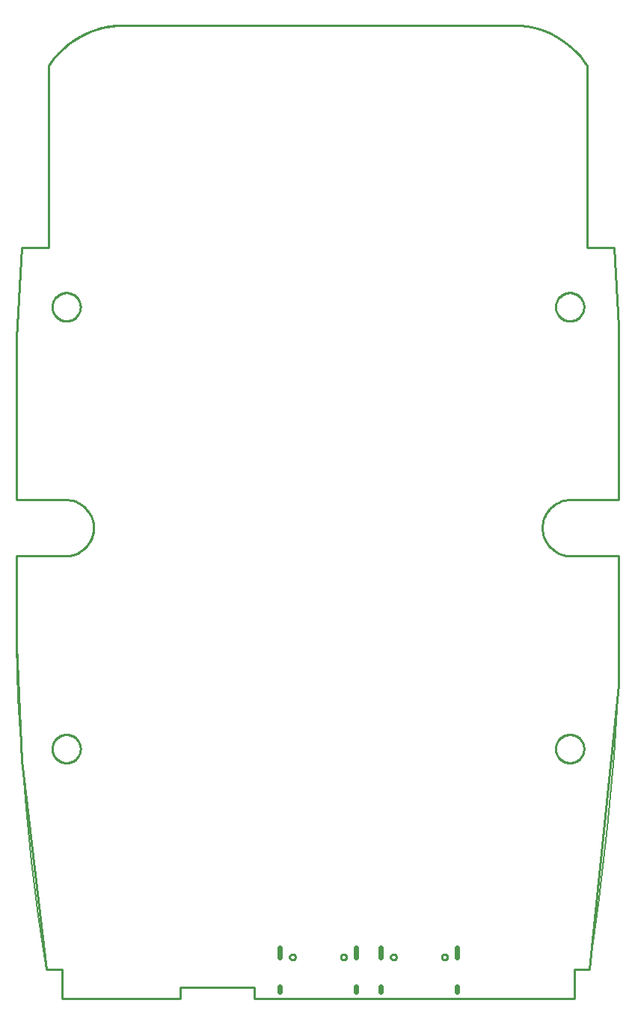
<source format=gko>
G04 EAGLE Gerber RS-274X export*
G75*
%MOMM*%
%FSLAX34Y34*%
%LPD*%
%IN*%
%IPPOS*%
%AMOC8*
5,1,8,0,0,1.08239X$1,22.5*%
G01*
%ADD10C,0.203200*%
%ADD11C,0.000000*%
%ADD12C,0.600000*%
%ADD13C,0.254000*%


D10*
X121908Y1098650D02*
X578092Y1098650D01*
X64250Y561750D02*
X65023Y561741D01*
X65796Y561712D01*
X66568Y561665D01*
X67338Y561599D01*
X68107Y561515D01*
X68873Y561412D01*
X69636Y561290D01*
X70397Y561149D01*
X71153Y560990D01*
X71906Y560813D01*
X72654Y560618D01*
X73397Y560404D01*
X74135Y560172D01*
X74867Y559922D01*
X75592Y559655D01*
X76311Y559370D01*
X77022Y559068D01*
X77727Y558748D01*
X78423Y558411D01*
X79110Y558058D01*
X79789Y557688D01*
X80459Y557301D01*
X81119Y556898D01*
X81769Y556479D01*
X82408Y556045D01*
X83037Y555595D01*
X83655Y555130D01*
X84261Y554650D01*
X84855Y554155D01*
X85437Y553647D01*
X86007Y553124D01*
X86564Y552587D01*
X87107Y552037D01*
X87637Y551474D01*
X88153Y550898D01*
X88655Y550310D01*
X89142Y549709D01*
X89614Y549097D01*
X90072Y548474D01*
X90514Y547840D01*
X90941Y547195D01*
X91352Y546540D01*
X91746Y545875D01*
X92125Y545201D01*
X92487Y544517D01*
X92832Y543826D01*
X93160Y543125D01*
X93471Y542418D01*
X93765Y541702D01*
X94041Y540980D01*
X94299Y540251D01*
X94540Y539517D01*
X94763Y538776D01*
X94968Y538031D01*
X95154Y537280D01*
X95322Y536526D01*
X95472Y535767D01*
X95603Y535005D01*
X95716Y534240D01*
X95810Y533473D01*
X95885Y532703D01*
X95941Y531932D01*
X95979Y531160D01*
X95998Y530387D01*
X95998Y529613D01*
X95979Y528840D01*
X95941Y528068D01*
X95885Y527297D01*
X95810Y526527D01*
X95716Y525760D01*
X95603Y524995D01*
X95472Y524233D01*
X95322Y523474D01*
X95154Y522720D01*
X94968Y521969D01*
X94763Y521224D01*
X94540Y520483D01*
X94299Y519749D01*
X94041Y519020D01*
X93765Y518298D01*
X93471Y517582D01*
X93160Y516875D01*
X92832Y516174D01*
X92487Y515483D01*
X92125Y514799D01*
X91746Y514125D01*
X91352Y513460D01*
X90941Y512805D01*
X90514Y512160D01*
X90072Y511526D01*
X89614Y510903D01*
X89142Y510291D01*
X88655Y509690D01*
X88153Y509102D01*
X87637Y508526D01*
X87107Y507963D01*
X86564Y507413D01*
X86007Y506876D01*
X85437Y506353D01*
X84855Y505845D01*
X84261Y505350D01*
X83655Y504870D01*
X83037Y504405D01*
X82408Y503955D01*
X81769Y503521D01*
X81119Y503102D01*
X80459Y502699D01*
X79789Y502312D01*
X79110Y501942D01*
X78423Y501589D01*
X77727Y501252D01*
X77022Y500932D01*
X76311Y500630D01*
X75592Y500345D01*
X74867Y500078D01*
X74135Y499828D01*
X73397Y499596D01*
X72654Y499382D01*
X71906Y499187D01*
X71153Y499010D01*
X70397Y498851D01*
X69636Y498710D01*
X68873Y498588D01*
X68107Y498485D01*
X67338Y498401D01*
X66568Y498335D01*
X65796Y498288D01*
X65023Y498259D01*
X64250Y498250D01*
X635750Y498250D02*
X634977Y498259D01*
X634204Y498288D01*
X633432Y498335D01*
X632662Y498401D01*
X631893Y498485D01*
X631127Y498588D01*
X630364Y498710D01*
X629603Y498851D01*
X628847Y499010D01*
X628094Y499187D01*
X627346Y499382D01*
X626603Y499596D01*
X625865Y499828D01*
X625133Y500078D01*
X624408Y500345D01*
X623689Y500630D01*
X622978Y500932D01*
X622273Y501252D01*
X621577Y501589D01*
X620890Y501942D01*
X620211Y502312D01*
X619541Y502699D01*
X618881Y503102D01*
X618231Y503521D01*
X617592Y503955D01*
X616963Y504405D01*
X616345Y504870D01*
X615739Y505350D01*
X615145Y505845D01*
X614563Y506353D01*
X613993Y506876D01*
X613436Y507413D01*
X612893Y507963D01*
X612363Y508526D01*
X611847Y509102D01*
X611345Y509690D01*
X610858Y510291D01*
X610386Y510903D01*
X609928Y511526D01*
X609486Y512160D01*
X609059Y512805D01*
X608648Y513460D01*
X608254Y514125D01*
X607875Y514799D01*
X607513Y515483D01*
X607168Y516174D01*
X606840Y516875D01*
X606529Y517582D01*
X606235Y518298D01*
X605959Y519020D01*
X605701Y519749D01*
X605460Y520483D01*
X605237Y521224D01*
X605032Y521969D01*
X604846Y522720D01*
X604678Y523474D01*
X604528Y524233D01*
X604397Y524995D01*
X604284Y525760D01*
X604190Y526527D01*
X604115Y527297D01*
X604059Y528068D01*
X604021Y528840D01*
X604002Y529613D01*
X604002Y530387D01*
X604021Y531160D01*
X604059Y531932D01*
X604115Y532703D01*
X604190Y533473D01*
X604284Y534240D01*
X604397Y535005D01*
X604528Y535767D01*
X604678Y536526D01*
X604846Y537280D01*
X605032Y538031D01*
X605237Y538776D01*
X605460Y539517D01*
X605701Y540251D01*
X605959Y540980D01*
X606235Y541702D01*
X606529Y542418D01*
X606840Y543125D01*
X607168Y543826D01*
X607513Y544517D01*
X607875Y545201D01*
X608254Y545875D01*
X608648Y546540D01*
X609059Y547195D01*
X609486Y547840D01*
X609928Y548474D01*
X610386Y549097D01*
X610858Y549709D01*
X611345Y550310D01*
X611847Y550898D01*
X612363Y551474D01*
X612893Y552037D01*
X613436Y552587D01*
X613993Y553124D01*
X614563Y553647D01*
X615145Y554155D01*
X615739Y554650D01*
X616345Y555130D01*
X616963Y555595D01*
X617592Y556045D01*
X618231Y556479D01*
X618881Y556898D01*
X619541Y557301D01*
X620211Y557688D01*
X620890Y558058D01*
X621577Y558411D01*
X622273Y558748D01*
X622978Y559068D01*
X623689Y559370D01*
X624408Y559655D01*
X625133Y559922D01*
X625865Y560172D01*
X626603Y560404D01*
X627346Y560618D01*
X628094Y560813D01*
X628847Y560990D01*
X629603Y561149D01*
X630364Y561290D01*
X631127Y561412D01*
X631893Y561515D01*
X632662Y561599D01*
X633432Y561665D01*
X634204Y561712D01*
X634977Y561741D01*
X635750Y561750D01*
X194000Y-2750D02*
X60000Y-2750D01*
X278000Y-2750D02*
X640000Y-2750D01*
X60000Y-2750D02*
X60000Y30000D01*
X42500Y30000D01*
X640000Y30000D02*
X640000Y-2750D01*
X640000Y30000D02*
X657000Y30000D01*
X42500Y30000D02*
X33357Y90947D01*
X25591Y152085D01*
X19207Y213382D01*
X14207Y274808D01*
X10594Y336331D01*
X8370Y397920D01*
X690361Y352200D02*
X684739Y271389D01*
X677303Y190725D01*
X668055Y110248D01*
X657001Y30000D01*
X8370Y397920D02*
X8370Y498250D01*
X64250Y498250D01*
X8370Y561750D02*
X8370Y744630D01*
X8370Y745900D01*
X8370Y561750D02*
X64250Y561750D01*
X690360Y498250D02*
X690360Y352200D01*
X690360Y498250D02*
X635750Y498250D01*
X690360Y561750D02*
X690360Y758600D01*
X690360Y561750D02*
X635750Y561750D01*
X654800Y847500D02*
X685280Y847500D01*
X654800Y847500D02*
X654800Y1053240D01*
X653447Y1055258D01*
X652045Y1057242D01*
X650595Y1059192D01*
X649100Y1061107D01*
X647558Y1062985D01*
X645972Y1064825D01*
X644342Y1066627D01*
X642669Y1068389D01*
X640954Y1070110D01*
X639199Y1071789D01*
X637403Y1073426D01*
X635568Y1075019D01*
X633696Y1076567D01*
X631787Y1078070D01*
X629842Y1079526D01*
X627863Y1080935D01*
X625851Y1082297D01*
X623806Y1083609D01*
X621730Y1084872D01*
X619625Y1086084D01*
X617491Y1087245D01*
X615330Y1088355D01*
X613142Y1089413D01*
X610930Y1090417D01*
X608694Y1091368D01*
X606436Y1092265D01*
X604157Y1093107D01*
X601859Y1093894D01*
X599542Y1094625D01*
X597208Y1095301D01*
X594859Y1095920D01*
X592495Y1096483D01*
X590119Y1096988D01*
X587731Y1097436D01*
X585333Y1097827D01*
X582926Y1098159D01*
X580512Y1098434D01*
X578092Y1098650D01*
X45200Y847500D02*
X14720Y847500D01*
X45200Y847500D02*
X45200Y1053240D01*
X46553Y1055258D01*
X47955Y1057242D01*
X49405Y1059192D01*
X50900Y1061107D01*
X52442Y1062985D01*
X54028Y1064825D01*
X55658Y1066627D01*
X57331Y1068389D01*
X59046Y1070110D01*
X60801Y1071789D01*
X62597Y1073426D01*
X64432Y1075019D01*
X66304Y1076567D01*
X68213Y1078070D01*
X70158Y1079526D01*
X72137Y1080935D01*
X74149Y1082297D01*
X76194Y1083609D01*
X78270Y1084872D01*
X80375Y1086084D01*
X82509Y1087245D01*
X84670Y1088355D01*
X86858Y1089413D01*
X89070Y1090417D01*
X91306Y1091368D01*
X93564Y1092265D01*
X95843Y1093107D01*
X98141Y1093894D01*
X100458Y1094625D01*
X102792Y1095301D01*
X105141Y1095920D01*
X107505Y1096483D01*
X109881Y1096988D01*
X112269Y1097436D01*
X114667Y1097827D01*
X117074Y1098159D01*
X119488Y1098434D01*
X121908Y1098650D01*
X14720Y847500D02*
X8370Y744630D01*
X690360Y758600D02*
X685280Y847500D01*
X278000Y10000D02*
X278000Y-2750D01*
X278000Y10000D02*
X194000Y10000D01*
X194000Y-2750D01*
D11*
X317850Y44220D02*
X317852Y44333D01*
X317858Y44447D01*
X317868Y44560D01*
X317882Y44672D01*
X317899Y44784D01*
X317921Y44896D01*
X317947Y45006D01*
X317976Y45116D01*
X318009Y45224D01*
X318046Y45332D01*
X318087Y45437D01*
X318131Y45542D01*
X318179Y45645D01*
X318230Y45746D01*
X318285Y45845D01*
X318344Y45942D01*
X318406Y46037D01*
X318471Y46130D01*
X318539Y46221D01*
X318610Y46309D01*
X318685Y46395D01*
X318762Y46478D01*
X318842Y46558D01*
X318925Y46635D01*
X319011Y46710D01*
X319099Y46781D01*
X319190Y46849D01*
X319283Y46914D01*
X319378Y46976D01*
X319475Y47035D01*
X319574Y47090D01*
X319675Y47141D01*
X319778Y47189D01*
X319883Y47233D01*
X319988Y47274D01*
X320096Y47311D01*
X320204Y47344D01*
X320314Y47373D01*
X320424Y47399D01*
X320536Y47421D01*
X320648Y47438D01*
X320760Y47452D01*
X320873Y47462D01*
X320987Y47468D01*
X321100Y47470D01*
X321213Y47468D01*
X321327Y47462D01*
X321440Y47452D01*
X321552Y47438D01*
X321664Y47421D01*
X321776Y47399D01*
X321886Y47373D01*
X321996Y47344D01*
X322104Y47311D01*
X322212Y47274D01*
X322317Y47233D01*
X322422Y47189D01*
X322525Y47141D01*
X322626Y47090D01*
X322725Y47035D01*
X322822Y46976D01*
X322917Y46914D01*
X323010Y46849D01*
X323101Y46781D01*
X323189Y46710D01*
X323275Y46635D01*
X323358Y46558D01*
X323438Y46478D01*
X323515Y46395D01*
X323590Y46309D01*
X323661Y46221D01*
X323729Y46130D01*
X323794Y46037D01*
X323856Y45942D01*
X323915Y45845D01*
X323970Y45746D01*
X324021Y45645D01*
X324069Y45542D01*
X324113Y45437D01*
X324154Y45332D01*
X324191Y45224D01*
X324224Y45116D01*
X324253Y45006D01*
X324279Y44896D01*
X324301Y44784D01*
X324318Y44672D01*
X324332Y44560D01*
X324342Y44447D01*
X324348Y44333D01*
X324350Y44220D01*
X324348Y44107D01*
X324342Y43993D01*
X324332Y43880D01*
X324318Y43768D01*
X324301Y43656D01*
X324279Y43544D01*
X324253Y43434D01*
X324224Y43324D01*
X324191Y43216D01*
X324154Y43108D01*
X324113Y43003D01*
X324069Y42898D01*
X324021Y42795D01*
X323970Y42694D01*
X323915Y42595D01*
X323856Y42498D01*
X323794Y42403D01*
X323729Y42310D01*
X323661Y42219D01*
X323590Y42131D01*
X323515Y42045D01*
X323438Y41962D01*
X323358Y41882D01*
X323275Y41805D01*
X323189Y41730D01*
X323101Y41659D01*
X323010Y41591D01*
X322917Y41526D01*
X322822Y41464D01*
X322725Y41405D01*
X322626Y41350D01*
X322525Y41299D01*
X322422Y41251D01*
X322317Y41207D01*
X322212Y41166D01*
X322104Y41129D01*
X321996Y41096D01*
X321886Y41067D01*
X321776Y41041D01*
X321664Y41019D01*
X321552Y41002D01*
X321440Y40988D01*
X321327Y40978D01*
X321213Y40972D01*
X321100Y40970D01*
X320987Y40972D01*
X320873Y40978D01*
X320760Y40988D01*
X320648Y41002D01*
X320536Y41019D01*
X320424Y41041D01*
X320314Y41067D01*
X320204Y41096D01*
X320096Y41129D01*
X319988Y41166D01*
X319883Y41207D01*
X319778Y41251D01*
X319675Y41299D01*
X319574Y41350D01*
X319475Y41405D01*
X319378Y41464D01*
X319283Y41526D01*
X319190Y41591D01*
X319099Y41659D01*
X319011Y41730D01*
X318925Y41805D01*
X318842Y41882D01*
X318762Y41962D01*
X318685Y42045D01*
X318610Y42131D01*
X318539Y42219D01*
X318471Y42310D01*
X318406Y42403D01*
X318344Y42498D01*
X318285Y42595D01*
X318230Y42694D01*
X318179Y42795D01*
X318131Y42898D01*
X318087Y43003D01*
X318046Y43108D01*
X318009Y43216D01*
X317976Y43324D01*
X317947Y43434D01*
X317921Y43544D01*
X317899Y43656D01*
X317882Y43768D01*
X317868Y43880D01*
X317858Y43993D01*
X317852Y44107D01*
X317850Y44220D01*
X375650Y44220D02*
X375652Y44333D01*
X375658Y44447D01*
X375668Y44560D01*
X375682Y44672D01*
X375699Y44784D01*
X375721Y44896D01*
X375747Y45006D01*
X375776Y45116D01*
X375809Y45224D01*
X375846Y45332D01*
X375887Y45437D01*
X375931Y45542D01*
X375979Y45645D01*
X376030Y45746D01*
X376085Y45845D01*
X376144Y45942D01*
X376206Y46037D01*
X376271Y46130D01*
X376339Y46221D01*
X376410Y46309D01*
X376485Y46395D01*
X376562Y46478D01*
X376642Y46558D01*
X376725Y46635D01*
X376811Y46710D01*
X376899Y46781D01*
X376990Y46849D01*
X377083Y46914D01*
X377178Y46976D01*
X377275Y47035D01*
X377374Y47090D01*
X377475Y47141D01*
X377578Y47189D01*
X377683Y47233D01*
X377788Y47274D01*
X377896Y47311D01*
X378004Y47344D01*
X378114Y47373D01*
X378224Y47399D01*
X378336Y47421D01*
X378448Y47438D01*
X378560Y47452D01*
X378673Y47462D01*
X378787Y47468D01*
X378900Y47470D01*
X379013Y47468D01*
X379127Y47462D01*
X379240Y47452D01*
X379352Y47438D01*
X379464Y47421D01*
X379576Y47399D01*
X379686Y47373D01*
X379796Y47344D01*
X379904Y47311D01*
X380012Y47274D01*
X380117Y47233D01*
X380222Y47189D01*
X380325Y47141D01*
X380426Y47090D01*
X380525Y47035D01*
X380622Y46976D01*
X380717Y46914D01*
X380810Y46849D01*
X380901Y46781D01*
X380989Y46710D01*
X381075Y46635D01*
X381158Y46558D01*
X381238Y46478D01*
X381315Y46395D01*
X381390Y46309D01*
X381461Y46221D01*
X381529Y46130D01*
X381594Y46037D01*
X381656Y45942D01*
X381715Y45845D01*
X381770Y45746D01*
X381821Y45645D01*
X381869Y45542D01*
X381913Y45437D01*
X381954Y45332D01*
X381991Y45224D01*
X382024Y45116D01*
X382053Y45006D01*
X382079Y44896D01*
X382101Y44784D01*
X382118Y44672D01*
X382132Y44560D01*
X382142Y44447D01*
X382148Y44333D01*
X382150Y44220D01*
X382148Y44107D01*
X382142Y43993D01*
X382132Y43880D01*
X382118Y43768D01*
X382101Y43656D01*
X382079Y43544D01*
X382053Y43434D01*
X382024Y43324D01*
X381991Y43216D01*
X381954Y43108D01*
X381913Y43003D01*
X381869Y42898D01*
X381821Y42795D01*
X381770Y42694D01*
X381715Y42595D01*
X381656Y42498D01*
X381594Y42403D01*
X381529Y42310D01*
X381461Y42219D01*
X381390Y42131D01*
X381315Y42045D01*
X381238Y41962D01*
X381158Y41882D01*
X381075Y41805D01*
X380989Y41730D01*
X380901Y41659D01*
X380810Y41591D01*
X380717Y41526D01*
X380622Y41464D01*
X380525Y41405D01*
X380426Y41350D01*
X380325Y41299D01*
X380222Y41251D01*
X380117Y41207D01*
X380012Y41166D01*
X379904Y41129D01*
X379796Y41096D01*
X379686Y41067D01*
X379576Y41041D01*
X379464Y41019D01*
X379352Y41002D01*
X379240Y40988D01*
X379127Y40978D01*
X379013Y40972D01*
X378900Y40970D01*
X378787Y40972D01*
X378673Y40978D01*
X378560Y40988D01*
X378448Y41002D01*
X378336Y41019D01*
X378224Y41041D01*
X378114Y41067D01*
X378004Y41096D01*
X377896Y41129D01*
X377788Y41166D01*
X377683Y41207D01*
X377578Y41251D01*
X377475Y41299D01*
X377374Y41350D01*
X377275Y41405D01*
X377178Y41464D01*
X377083Y41526D01*
X376990Y41591D01*
X376899Y41659D01*
X376811Y41730D01*
X376725Y41805D01*
X376642Y41882D01*
X376562Y41962D01*
X376485Y42045D01*
X376410Y42131D01*
X376339Y42219D01*
X376271Y42310D01*
X376206Y42403D01*
X376144Y42498D01*
X376085Y42595D01*
X376030Y42694D01*
X375979Y42795D01*
X375931Y42898D01*
X375887Y43003D01*
X375846Y43108D01*
X375809Y43216D01*
X375776Y43324D01*
X375747Y43434D01*
X375721Y43544D01*
X375699Y43656D01*
X375682Y43768D01*
X375668Y43880D01*
X375658Y43993D01*
X375652Y44107D01*
X375650Y44220D01*
D12*
X306820Y44020D02*
X306820Y55020D01*
X393180Y55020D02*
X393180Y44020D01*
X306820Y10870D02*
X306820Y4670D01*
X393180Y4670D02*
X393180Y10870D01*
D11*
X49010Y279937D02*
X49015Y280330D01*
X49029Y280722D01*
X49053Y281114D01*
X49087Y281505D01*
X49130Y281896D01*
X49183Y282285D01*
X49246Y282673D01*
X49317Y283059D01*
X49399Y283443D01*
X49490Y283825D01*
X49590Y284205D01*
X49699Y284582D01*
X49818Y284957D01*
X49945Y285328D01*
X50082Y285696D01*
X50228Y286061D01*
X50383Y286422D01*
X50546Y286779D01*
X50719Y287132D01*
X50899Y287480D01*
X51089Y287824D01*
X51287Y288164D01*
X51493Y288498D01*
X51707Y288827D01*
X51929Y289151D01*
X52159Y289469D01*
X52397Y289782D01*
X52642Y290089D01*
X52895Y290389D01*
X53155Y290683D01*
X53423Y290971D01*
X53697Y291252D01*
X53978Y291526D01*
X54266Y291794D01*
X54560Y292054D01*
X54860Y292307D01*
X55167Y292552D01*
X55480Y292790D01*
X55798Y293020D01*
X56122Y293242D01*
X56451Y293456D01*
X56785Y293662D01*
X57125Y293860D01*
X57469Y294050D01*
X57817Y294230D01*
X58170Y294403D01*
X58527Y294566D01*
X58888Y294721D01*
X59253Y294867D01*
X59621Y295004D01*
X59992Y295131D01*
X60367Y295250D01*
X60744Y295359D01*
X61124Y295459D01*
X61506Y295550D01*
X61890Y295632D01*
X62276Y295703D01*
X62664Y295766D01*
X63053Y295819D01*
X63444Y295862D01*
X63835Y295896D01*
X64227Y295920D01*
X64619Y295934D01*
X65012Y295939D01*
X65405Y295934D01*
X65797Y295920D01*
X66189Y295896D01*
X66580Y295862D01*
X66971Y295819D01*
X67360Y295766D01*
X67748Y295703D01*
X68134Y295632D01*
X68518Y295550D01*
X68900Y295459D01*
X69280Y295359D01*
X69657Y295250D01*
X70032Y295131D01*
X70403Y295004D01*
X70771Y294867D01*
X71136Y294721D01*
X71497Y294566D01*
X71854Y294403D01*
X72207Y294230D01*
X72555Y294050D01*
X72899Y293860D01*
X73239Y293662D01*
X73573Y293456D01*
X73902Y293242D01*
X74226Y293020D01*
X74544Y292790D01*
X74857Y292552D01*
X75164Y292307D01*
X75464Y292054D01*
X75758Y291794D01*
X76046Y291526D01*
X76327Y291252D01*
X76601Y290971D01*
X76869Y290683D01*
X77129Y290389D01*
X77382Y290089D01*
X77627Y289782D01*
X77865Y289469D01*
X78095Y289151D01*
X78317Y288827D01*
X78531Y288498D01*
X78737Y288164D01*
X78935Y287824D01*
X79125Y287480D01*
X79305Y287132D01*
X79478Y286779D01*
X79641Y286422D01*
X79796Y286061D01*
X79942Y285696D01*
X80079Y285328D01*
X80206Y284957D01*
X80325Y284582D01*
X80434Y284205D01*
X80534Y283825D01*
X80625Y283443D01*
X80707Y283059D01*
X80778Y282673D01*
X80841Y282285D01*
X80894Y281896D01*
X80937Y281505D01*
X80971Y281114D01*
X80995Y280722D01*
X81009Y280330D01*
X81014Y279937D01*
X81009Y279544D01*
X80995Y279152D01*
X80971Y278760D01*
X80937Y278369D01*
X80894Y277978D01*
X80841Y277589D01*
X80778Y277201D01*
X80707Y276815D01*
X80625Y276431D01*
X80534Y276049D01*
X80434Y275669D01*
X80325Y275292D01*
X80206Y274917D01*
X80079Y274546D01*
X79942Y274178D01*
X79796Y273813D01*
X79641Y273452D01*
X79478Y273095D01*
X79305Y272742D01*
X79125Y272394D01*
X78935Y272050D01*
X78737Y271710D01*
X78531Y271376D01*
X78317Y271047D01*
X78095Y270723D01*
X77865Y270405D01*
X77627Y270092D01*
X77382Y269785D01*
X77129Y269485D01*
X76869Y269191D01*
X76601Y268903D01*
X76327Y268622D01*
X76046Y268348D01*
X75758Y268080D01*
X75464Y267820D01*
X75164Y267567D01*
X74857Y267322D01*
X74544Y267084D01*
X74226Y266854D01*
X73902Y266632D01*
X73573Y266418D01*
X73239Y266212D01*
X72899Y266014D01*
X72555Y265824D01*
X72207Y265644D01*
X71854Y265471D01*
X71497Y265308D01*
X71136Y265153D01*
X70771Y265007D01*
X70403Y264870D01*
X70032Y264743D01*
X69657Y264624D01*
X69280Y264515D01*
X68900Y264415D01*
X68518Y264324D01*
X68134Y264242D01*
X67748Y264171D01*
X67360Y264108D01*
X66971Y264055D01*
X66580Y264012D01*
X66189Y263978D01*
X65797Y263954D01*
X65405Y263940D01*
X65012Y263935D01*
X64619Y263940D01*
X64227Y263954D01*
X63835Y263978D01*
X63444Y264012D01*
X63053Y264055D01*
X62664Y264108D01*
X62276Y264171D01*
X61890Y264242D01*
X61506Y264324D01*
X61124Y264415D01*
X60744Y264515D01*
X60367Y264624D01*
X59992Y264743D01*
X59621Y264870D01*
X59253Y265007D01*
X58888Y265153D01*
X58527Y265308D01*
X58170Y265471D01*
X57817Y265644D01*
X57469Y265824D01*
X57125Y266014D01*
X56785Y266212D01*
X56451Y266418D01*
X56122Y266632D01*
X55798Y266854D01*
X55480Y267084D01*
X55167Y267322D01*
X54860Y267567D01*
X54560Y267820D01*
X54266Y268080D01*
X53978Y268348D01*
X53697Y268622D01*
X53423Y268903D01*
X53155Y269191D01*
X52895Y269485D01*
X52642Y269785D01*
X52397Y270092D01*
X52159Y270405D01*
X51929Y270723D01*
X51707Y271047D01*
X51493Y271376D01*
X51287Y271710D01*
X51089Y272050D01*
X50899Y272394D01*
X50719Y272742D01*
X50546Y273095D01*
X50383Y273452D01*
X50228Y273813D01*
X50082Y274178D01*
X49945Y274546D01*
X49818Y274917D01*
X49699Y275292D01*
X49590Y275669D01*
X49490Y276049D01*
X49399Y276431D01*
X49317Y276815D01*
X49246Y277201D01*
X49183Y277589D01*
X49130Y277978D01*
X49087Y278369D01*
X49053Y278760D01*
X49029Y279152D01*
X49015Y279544D01*
X49010Y279937D01*
X49010Y780063D02*
X49015Y780456D01*
X49029Y780848D01*
X49053Y781240D01*
X49087Y781631D01*
X49130Y782022D01*
X49183Y782411D01*
X49246Y782799D01*
X49317Y783185D01*
X49399Y783569D01*
X49490Y783951D01*
X49590Y784331D01*
X49699Y784708D01*
X49818Y785083D01*
X49945Y785454D01*
X50082Y785822D01*
X50228Y786187D01*
X50383Y786548D01*
X50546Y786905D01*
X50719Y787258D01*
X50899Y787606D01*
X51089Y787950D01*
X51287Y788290D01*
X51493Y788624D01*
X51707Y788953D01*
X51929Y789277D01*
X52159Y789595D01*
X52397Y789908D01*
X52642Y790215D01*
X52895Y790515D01*
X53155Y790809D01*
X53423Y791097D01*
X53697Y791378D01*
X53978Y791652D01*
X54266Y791920D01*
X54560Y792180D01*
X54860Y792433D01*
X55167Y792678D01*
X55480Y792916D01*
X55798Y793146D01*
X56122Y793368D01*
X56451Y793582D01*
X56785Y793788D01*
X57125Y793986D01*
X57469Y794176D01*
X57817Y794356D01*
X58170Y794529D01*
X58527Y794692D01*
X58888Y794847D01*
X59253Y794993D01*
X59621Y795130D01*
X59992Y795257D01*
X60367Y795376D01*
X60744Y795485D01*
X61124Y795585D01*
X61506Y795676D01*
X61890Y795758D01*
X62276Y795829D01*
X62664Y795892D01*
X63053Y795945D01*
X63444Y795988D01*
X63835Y796022D01*
X64227Y796046D01*
X64619Y796060D01*
X65012Y796065D01*
X65405Y796060D01*
X65797Y796046D01*
X66189Y796022D01*
X66580Y795988D01*
X66971Y795945D01*
X67360Y795892D01*
X67748Y795829D01*
X68134Y795758D01*
X68518Y795676D01*
X68900Y795585D01*
X69280Y795485D01*
X69657Y795376D01*
X70032Y795257D01*
X70403Y795130D01*
X70771Y794993D01*
X71136Y794847D01*
X71497Y794692D01*
X71854Y794529D01*
X72207Y794356D01*
X72555Y794176D01*
X72899Y793986D01*
X73239Y793788D01*
X73573Y793582D01*
X73902Y793368D01*
X74226Y793146D01*
X74544Y792916D01*
X74857Y792678D01*
X75164Y792433D01*
X75464Y792180D01*
X75758Y791920D01*
X76046Y791652D01*
X76327Y791378D01*
X76601Y791097D01*
X76869Y790809D01*
X77129Y790515D01*
X77382Y790215D01*
X77627Y789908D01*
X77865Y789595D01*
X78095Y789277D01*
X78317Y788953D01*
X78531Y788624D01*
X78737Y788290D01*
X78935Y787950D01*
X79125Y787606D01*
X79305Y787258D01*
X79478Y786905D01*
X79641Y786548D01*
X79796Y786187D01*
X79942Y785822D01*
X80079Y785454D01*
X80206Y785083D01*
X80325Y784708D01*
X80434Y784331D01*
X80534Y783951D01*
X80625Y783569D01*
X80707Y783185D01*
X80778Y782799D01*
X80841Y782411D01*
X80894Y782022D01*
X80937Y781631D01*
X80971Y781240D01*
X80995Y780848D01*
X81009Y780456D01*
X81014Y780063D01*
X81009Y779670D01*
X80995Y779278D01*
X80971Y778886D01*
X80937Y778495D01*
X80894Y778104D01*
X80841Y777715D01*
X80778Y777327D01*
X80707Y776941D01*
X80625Y776557D01*
X80534Y776175D01*
X80434Y775795D01*
X80325Y775418D01*
X80206Y775043D01*
X80079Y774672D01*
X79942Y774304D01*
X79796Y773939D01*
X79641Y773578D01*
X79478Y773221D01*
X79305Y772868D01*
X79125Y772520D01*
X78935Y772176D01*
X78737Y771836D01*
X78531Y771502D01*
X78317Y771173D01*
X78095Y770849D01*
X77865Y770531D01*
X77627Y770218D01*
X77382Y769911D01*
X77129Y769611D01*
X76869Y769317D01*
X76601Y769029D01*
X76327Y768748D01*
X76046Y768474D01*
X75758Y768206D01*
X75464Y767946D01*
X75164Y767693D01*
X74857Y767448D01*
X74544Y767210D01*
X74226Y766980D01*
X73902Y766758D01*
X73573Y766544D01*
X73239Y766338D01*
X72899Y766140D01*
X72555Y765950D01*
X72207Y765770D01*
X71854Y765597D01*
X71497Y765434D01*
X71136Y765279D01*
X70771Y765133D01*
X70403Y764996D01*
X70032Y764869D01*
X69657Y764750D01*
X69280Y764641D01*
X68900Y764541D01*
X68518Y764450D01*
X68134Y764368D01*
X67748Y764297D01*
X67360Y764234D01*
X66971Y764181D01*
X66580Y764138D01*
X66189Y764104D01*
X65797Y764080D01*
X65405Y764066D01*
X65012Y764061D01*
X64619Y764066D01*
X64227Y764080D01*
X63835Y764104D01*
X63444Y764138D01*
X63053Y764181D01*
X62664Y764234D01*
X62276Y764297D01*
X61890Y764368D01*
X61506Y764450D01*
X61124Y764541D01*
X60744Y764641D01*
X60367Y764750D01*
X59992Y764869D01*
X59621Y764996D01*
X59253Y765133D01*
X58888Y765279D01*
X58527Y765434D01*
X58170Y765597D01*
X57817Y765770D01*
X57469Y765950D01*
X57125Y766140D01*
X56785Y766338D01*
X56451Y766544D01*
X56122Y766758D01*
X55798Y766980D01*
X55480Y767210D01*
X55167Y767448D01*
X54860Y767693D01*
X54560Y767946D01*
X54266Y768206D01*
X53978Y768474D01*
X53697Y768748D01*
X53423Y769029D01*
X53155Y769317D01*
X52895Y769611D01*
X52642Y769911D01*
X52397Y770218D01*
X52159Y770531D01*
X51929Y770849D01*
X51707Y771173D01*
X51493Y771502D01*
X51287Y771836D01*
X51089Y772176D01*
X50899Y772520D01*
X50719Y772868D01*
X50546Y773221D01*
X50383Y773578D01*
X50228Y773939D01*
X50082Y774304D01*
X49945Y774672D01*
X49818Y775043D01*
X49699Y775418D01*
X49590Y775795D01*
X49490Y776175D01*
X49399Y776557D01*
X49317Y776941D01*
X49246Y777327D01*
X49183Y777715D01*
X49130Y778104D01*
X49087Y778495D01*
X49053Y778886D01*
X49029Y779278D01*
X49015Y779670D01*
X49010Y780063D01*
X618986Y780063D02*
X618991Y780456D01*
X619005Y780848D01*
X619029Y781240D01*
X619063Y781631D01*
X619106Y782022D01*
X619159Y782411D01*
X619222Y782799D01*
X619293Y783185D01*
X619375Y783569D01*
X619466Y783951D01*
X619566Y784331D01*
X619675Y784708D01*
X619794Y785083D01*
X619921Y785454D01*
X620058Y785822D01*
X620204Y786187D01*
X620359Y786548D01*
X620522Y786905D01*
X620695Y787258D01*
X620875Y787606D01*
X621065Y787950D01*
X621263Y788290D01*
X621469Y788624D01*
X621683Y788953D01*
X621905Y789277D01*
X622135Y789595D01*
X622373Y789908D01*
X622618Y790215D01*
X622871Y790515D01*
X623131Y790809D01*
X623399Y791097D01*
X623673Y791378D01*
X623954Y791652D01*
X624242Y791920D01*
X624536Y792180D01*
X624836Y792433D01*
X625143Y792678D01*
X625456Y792916D01*
X625774Y793146D01*
X626098Y793368D01*
X626427Y793582D01*
X626761Y793788D01*
X627101Y793986D01*
X627445Y794176D01*
X627793Y794356D01*
X628146Y794529D01*
X628503Y794692D01*
X628864Y794847D01*
X629229Y794993D01*
X629597Y795130D01*
X629968Y795257D01*
X630343Y795376D01*
X630720Y795485D01*
X631100Y795585D01*
X631482Y795676D01*
X631866Y795758D01*
X632252Y795829D01*
X632640Y795892D01*
X633029Y795945D01*
X633420Y795988D01*
X633811Y796022D01*
X634203Y796046D01*
X634595Y796060D01*
X634988Y796065D01*
X635381Y796060D01*
X635773Y796046D01*
X636165Y796022D01*
X636556Y795988D01*
X636947Y795945D01*
X637336Y795892D01*
X637724Y795829D01*
X638110Y795758D01*
X638494Y795676D01*
X638876Y795585D01*
X639256Y795485D01*
X639633Y795376D01*
X640008Y795257D01*
X640379Y795130D01*
X640747Y794993D01*
X641112Y794847D01*
X641473Y794692D01*
X641830Y794529D01*
X642183Y794356D01*
X642531Y794176D01*
X642875Y793986D01*
X643215Y793788D01*
X643549Y793582D01*
X643878Y793368D01*
X644202Y793146D01*
X644520Y792916D01*
X644833Y792678D01*
X645140Y792433D01*
X645440Y792180D01*
X645734Y791920D01*
X646022Y791652D01*
X646303Y791378D01*
X646577Y791097D01*
X646845Y790809D01*
X647105Y790515D01*
X647358Y790215D01*
X647603Y789908D01*
X647841Y789595D01*
X648071Y789277D01*
X648293Y788953D01*
X648507Y788624D01*
X648713Y788290D01*
X648911Y787950D01*
X649101Y787606D01*
X649281Y787258D01*
X649454Y786905D01*
X649617Y786548D01*
X649772Y786187D01*
X649918Y785822D01*
X650055Y785454D01*
X650182Y785083D01*
X650301Y784708D01*
X650410Y784331D01*
X650510Y783951D01*
X650601Y783569D01*
X650683Y783185D01*
X650754Y782799D01*
X650817Y782411D01*
X650870Y782022D01*
X650913Y781631D01*
X650947Y781240D01*
X650971Y780848D01*
X650985Y780456D01*
X650990Y780063D01*
X650985Y779670D01*
X650971Y779278D01*
X650947Y778886D01*
X650913Y778495D01*
X650870Y778104D01*
X650817Y777715D01*
X650754Y777327D01*
X650683Y776941D01*
X650601Y776557D01*
X650510Y776175D01*
X650410Y775795D01*
X650301Y775418D01*
X650182Y775043D01*
X650055Y774672D01*
X649918Y774304D01*
X649772Y773939D01*
X649617Y773578D01*
X649454Y773221D01*
X649281Y772868D01*
X649101Y772520D01*
X648911Y772176D01*
X648713Y771836D01*
X648507Y771502D01*
X648293Y771173D01*
X648071Y770849D01*
X647841Y770531D01*
X647603Y770218D01*
X647358Y769911D01*
X647105Y769611D01*
X646845Y769317D01*
X646577Y769029D01*
X646303Y768748D01*
X646022Y768474D01*
X645734Y768206D01*
X645440Y767946D01*
X645140Y767693D01*
X644833Y767448D01*
X644520Y767210D01*
X644202Y766980D01*
X643878Y766758D01*
X643549Y766544D01*
X643215Y766338D01*
X642875Y766140D01*
X642531Y765950D01*
X642183Y765770D01*
X641830Y765597D01*
X641473Y765434D01*
X641112Y765279D01*
X640747Y765133D01*
X640379Y764996D01*
X640008Y764869D01*
X639633Y764750D01*
X639256Y764641D01*
X638876Y764541D01*
X638494Y764450D01*
X638110Y764368D01*
X637724Y764297D01*
X637336Y764234D01*
X636947Y764181D01*
X636556Y764138D01*
X636165Y764104D01*
X635773Y764080D01*
X635381Y764066D01*
X634988Y764061D01*
X634595Y764066D01*
X634203Y764080D01*
X633811Y764104D01*
X633420Y764138D01*
X633029Y764181D01*
X632640Y764234D01*
X632252Y764297D01*
X631866Y764368D01*
X631482Y764450D01*
X631100Y764541D01*
X630720Y764641D01*
X630343Y764750D01*
X629968Y764869D01*
X629597Y764996D01*
X629229Y765133D01*
X628864Y765279D01*
X628503Y765434D01*
X628146Y765597D01*
X627793Y765770D01*
X627445Y765950D01*
X627101Y766140D01*
X626761Y766338D01*
X626427Y766544D01*
X626098Y766758D01*
X625774Y766980D01*
X625456Y767210D01*
X625143Y767448D01*
X624836Y767693D01*
X624536Y767946D01*
X624242Y768206D01*
X623954Y768474D01*
X623673Y768748D01*
X623399Y769029D01*
X623131Y769317D01*
X622871Y769611D01*
X622618Y769911D01*
X622373Y770218D01*
X622135Y770531D01*
X621905Y770849D01*
X621683Y771173D01*
X621469Y771502D01*
X621263Y771836D01*
X621065Y772176D01*
X620875Y772520D01*
X620695Y772868D01*
X620522Y773221D01*
X620359Y773578D01*
X620204Y773939D01*
X620058Y774304D01*
X619921Y774672D01*
X619794Y775043D01*
X619675Y775418D01*
X619566Y775795D01*
X619466Y776175D01*
X619375Y776557D01*
X619293Y776941D01*
X619222Y777327D01*
X619159Y777715D01*
X619106Y778104D01*
X619063Y778495D01*
X619029Y778886D01*
X619005Y779278D01*
X618991Y779670D01*
X618986Y780063D01*
X618986Y279937D02*
X618991Y280330D01*
X619005Y280722D01*
X619029Y281114D01*
X619063Y281505D01*
X619106Y281896D01*
X619159Y282285D01*
X619222Y282673D01*
X619293Y283059D01*
X619375Y283443D01*
X619466Y283825D01*
X619566Y284205D01*
X619675Y284582D01*
X619794Y284957D01*
X619921Y285328D01*
X620058Y285696D01*
X620204Y286061D01*
X620359Y286422D01*
X620522Y286779D01*
X620695Y287132D01*
X620875Y287480D01*
X621065Y287824D01*
X621263Y288164D01*
X621469Y288498D01*
X621683Y288827D01*
X621905Y289151D01*
X622135Y289469D01*
X622373Y289782D01*
X622618Y290089D01*
X622871Y290389D01*
X623131Y290683D01*
X623399Y290971D01*
X623673Y291252D01*
X623954Y291526D01*
X624242Y291794D01*
X624536Y292054D01*
X624836Y292307D01*
X625143Y292552D01*
X625456Y292790D01*
X625774Y293020D01*
X626098Y293242D01*
X626427Y293456D01*
X626761Y293662D01*
X627101Y293860D01*
X627445Y294050D01*
X627793Y294230D01*
X628146Y294403D01*
X628503Y294566D01*
X628864Y294721D01*
X629229Y294867D01*
X629597Y295004D01*
X629968Y295131D01*
X630343Y295250D01*
X630720Y295359D01*
X631100Y295459D01*
X631482Y295550D01*
X631866Y295632D01*
X632252Y295703D01*
X632640Y295766D01*
X633029Y295819D01*
X633420Y295862D01*
X633811Y295896D01*
X634203Y295920D01*
X634595Y295934D01*
X634988Y295939D01*
X635381Y295934D01*
X635773Y295920D01*
X636165Y295896D01*
X636556Y295862D01*
X636947Y295819D01*
X637336Y295766D01*
X637724Y295703D01*
X638110Y295632D01*
X638494Y295550D01*
X638876Y295459D01*
X639256Y295359D01*
X639633Y295250D01*
X640008Y295131D01*
X640379Y295004D01*
X640747Y294867D01*
X641112Y294721D01*
X641473Y294566D01*
X641830Y294403D01*
X642183Y294230D01*
X642531Y294050D01*
X642875Y293860D01*
X643215Y293662D01*
X643549Y293456D01*
X643878Y293242D01*
X644202Y293020D01*
X644520Y292790D01*
X644833Y292552D01*
X645140Y292307D01*
X645440Y292054D01*
X645734Y291794D01*
X646022Y291526D01*
X646303Y291252D01*
X646577Y290971D01*
X646845Y290683D01*
X647105Y290389D01*
X647358Y290089D01*
X647603Y289782D01*
X647841Y289469D01*
X648071Y289151D01*
X648293Y288827D01*
X648507Y288498D01*
X648713Y288164D01*
X648911Y287824D01*
X649101Y287480D01*
X649281Y287132D01*
X649454Y286779D01*
X649617Y286422D01*
X649772Y286061D01*
X649918Y285696D01*
X650055Y285328D01*
X650182Y284957D01*
X650301Y284582D01*
X650410Y284205D01*
X650510Y283825D01*
X650601Y283443D01*
X650683Y283059D01*
X650754Y282673D01*
X650817Y282285D01*
X650870Y281896D01*
X650913Y281505D01*
X650947Y281114D01*
X650971Y280722D01*
X650985Y280330D01*
X650990Y279937D01*
X650985Y279544D01*
X650971Y279152D01*
X650947Y278760D01*
X650913Y278369D01*
X650870Y277978D01*
X650817Y277589D01*
X650754Y277201D01*
X650683Y276815D01*
X650601Y276431D01*
X650510Y276049D01*
X650410Y275669D01*
X650301Y275292D01*
X650182Y274917D01*
X650055Y274546D01*
X649918Y274178D01*
X649772Y273813D01*
X649617Y273452D01*
X649454Y273095D01*
X649281Y272742D01*
X649101Y272394D01*
X648911Y272050D01*
X648713Y271710D01*
X648507Y271376D01*
X648293Y271047D01*
X648071Y270723D01*
X647841Y270405D01*
X647603Y270092D01*
X647358Y269785D01*
X647105Y269485D01*
X646845Y269191D01*
X646577Y268903D01*
X646303Y268622D01*
X646022Y268348D01*
X645734Y268080D01*
X645440Y267820D01*
X645140Y267567D01*
X644833Y267322D01*
X644520Y267084D01*
X644202Y266854D01*
X643878Y266632D01*
X643549Y266418D01*
X643215Y266212D01*
X642875Y266014D01*
X642531Y265824D01*
X642183Y265644D01*
X641830Y265471D01*
X641473Y265308D01*
X641112Y265153D01*
X640747Y265007D01*
X640379Y264870D01*
X640008Y264743D01*
X639633Y264624D01*
X639256Y264515D01*
X638876Y264415D01*
X638494Y264324D01*
X638110Y264242D01*
X637724Y264171D01*
X637336Y264108D01*
X636947Y264055D01*
X636556Y264012D01*
X636165Y263978D01*
X635773Y263954D01*
X635381Y263940D01*
X634988Y263935D01*
X634595Y263940D01*
X634203Y263954D01*
X633811Y263978D01*
X633420Y264012D01*
X633029Y264055D01*
X632640Y264108D01*
X632252Y264171D01*
X631866Y264242D01*
X631482Y264324D01*
X631100Y264415D01*
X630720Y264515D01*
X630343Y264624D01*
X629968Y264743D01*
X629597Y264870D01*
X629229Y265007D01*
X628864Y265153D01*
X628503Y265308D01*
X628146Y265471D01*
X627793Y265644D01*
X627445Y265824D01*
X627101Y266014D01*
X626761Y266212D01*
X626427Y266418D01*
X626098Y266632D01*
X625774Y266854D01*
X625456Y267084D01*
X625143Y267322D01*
X624836Y267567D01*
X624536Y267820D01*
X624242Y268080D01*
X623954Y268348D01*
X623673Y268622D01*
X623399Y268903D01*
X623131Y269191D01*
X622871Y269485D01*
X622618Y269785D01*
X622373Y270092D01*
X622135Y270405D01*
X621905Y270723D01*
X621683Y271047D01*
X621469Y271376D01*
X621263Y271710D01*
X621065Y272050D01*
X620875Y272394D01*
X620695Y272742D01*
X620522Y273095D01*
X620359Y273452D01*
X620204Y273813D01*
X620058Y274178D01*
X619921Y274546D01*
X619794Y274917D01*
X619675Y275292D01*
X619566Y275669D01*
X619466Y276049D01*
X619375Y276431D01*
X619293Y276815D01*
X619222Y277201D01*
X619159Y277589D01*
X619106Y277978D01*
X619063Y278369D01*
X619029Y278760D01*
X619005Y279152D01*
X618991Y279544D01*
X618986Y279937D01*
X432150Y44220D02*
X432152Y44333D01*
X432158Y44447D01*
X432168Y44560D01*
X432182Y44672D01*
X432199Y44784D01*
X432221Y44896D01*
X432247Y45006D01*
X432276Y45116D01*
X432309Y45224D01*
X432346Y45332D01*
X432387Y45437D01*
X432431Y45542D01*
X432479Y45645D01*
X432530Y45746D01*
X432585Y45845D01*
X432644Y45942D01*
X432706Y46037D01*
X432771Y46130D01*
X432839Y46221D01*
X432910Y46309D01*
X432985Y46395D01*
X433062Y46478D01*
X433142Y46558D01*
X433225Y46635D01*
X433311Y46710D01*
X433399Y46781D01*
X433490Y46849D01*
X433583Y46914D01*
X433678Y46976D01*
X433775Y47035D01*
X433874Y47090D01*
X433975Y47141D01*
X434078Y47189D01*
X434183Y47233D01*
X434288Y47274D01*
X434396Y47311D01*
X434504Y47344D01*
X434614Y47373D01*
X434724Y47399D01*
X434836Y47421D01*
X434948Y47438D01*
X435060Y47452D01*
X435173Y47462D01*
X435287Y47468D01*
X435400Y47470D01*
X435513Y47468D01*
X435627Y47462D01*
X435740Y47452D01*
X435852Y47438D01*
X435964Y47421D01*
X436076Y47399D01*
X436186Y47373D01*
X436296Y47344D01*
X436404Y47311D01*
X436512Y47274D01*
X436617Y47233D01*
X436722Y47189D01*
X436825Y47141D01*
X436926Y47090D01*
X437025Y47035D01*
X437122Y46976D01*
X437217Y46914D01*
X437310Y46849D01*
X437401Y46781D01*
X437489Y46710D01*
X437575Y46635D01*
X437658Y46558D01*
X437738Y46478D01*
X437815Y46395D01*
X437890Y46309D01*
X437961Y46221D01*
X438029Y46130D01*
X438094Y46037D01*
X438156Y45942D01*
X438215Y45845D01*
X438270Y45746D01*
X438321Y45645D01*
X438369Y45542D01*
X438413Y45437D01*
X438454Y45332D01*
X438491Y45224D01*
X438524Y45116D01*
X438553Y45006D01*
X438579Y44896D01*
X438601Y44784D01*
X438618Y44672D01*
X438632Y44560D01*
X438642Y44447D01*
X438648Y44333D01*
X438650Y44220D01*
X438648Y44107D01*
X438642Y43993D01*
X438632Y43880D01*
X438618Y43768D01*
X438601Y43656D01*
X438579Y43544D01*
X438553Y43434D01*
X438524Y43324D01*
X438491Y43216D01*
X438454Y43108D01*
X438413Y43003D01*
X438369Y42898D01*
X438321Y42795D01*
X438270Y42694D01*
X438215Y42595D01*
X438156Y42498D01*
X438094Y42403D01*
X438029Y42310D01*
X437961Y42219D01*
X437890Y42131D01*
X437815Y42045D01*
X437738Y41962D01*
X437658Y41882D01*
X437575Y41805D01*
X437489Y41730D01*
X437401Y41659D01*
X437310Y41591D01*
X437217Y41526D01*
X437122Y41464D01*
X437025Y41405D01*
X436926Y41350D01*
X436825Y41299D01*
X436722Y41251D01*
X436617Y41207D01*
X436512Y41166D01*
X436404Y41129D01*
X436296Y41096D01*
X436186Y41067D01*
X436076Y41041D01*
X435964Y41019D01*
X435852Y41002D01*
X435740Y40988D01*
X435627Y40978D01*
X435513Y40972D01*
X435400Y40970D01*
X435287Y40972D01*
X435173Y40978D01*
X435060Y40988D01*
X434948Y41002D01*
X434836Y41019D01*
X434724Y41041D01*
X434614Y41067D01*
X434504Y41096D01*
X434396Y41129D01*
X434288Y41166D01*
X434183Y41207D01*
X434078Y41251D01*
X433975Y41299D01*
X433874Y41350D01*
X433775Y41405D01*
X433678Y41464D01*
X433583Y41526D01*
X433490Y41591D01*
X433399Y41659D01*
X433311Y41730D01*
X433225Y41805D01*
X433142Y41882D01*
X433062Y41962D01*
X432985Y42045D01*
X432910Y42131D01*
X432839Y42219D01*
X432771Y42310D01*
X432706Y42403D01*
X432644Y42498D01*
X432585Y42595D01*
X432530Y42694D01*
X432479Y42795D01*
X432431Y42898D01*
X432387Y43003D01*
X432346Y43108D01*
X432309Y43216D01*
X432276Y43324D01*
X432247Y43434D01*
X432221Y43544D01*
X432199Y43656D01*
X432182Y43768D01*
X432168Y43880D01*
X432158Y43993D01*
X432152Y44107D01*
X432150Y44220D01*
X489950Y44220D02*
X489952Y44333D01*
X489958Y44447D01*
X489968Y44560D01*
X489982Y44672D01*
X489999Y44784D01*
X490021Y44896D01*
X490047Y45006D01*
X490076Y45116D01*
X490109Y45224D01*
X490146Y45332D01*
X490187Y45437D01*
X490231Y45542D01*
X490279Y45645D01*
X490330Y45746D01*
X490385Y45845D01*
X490444Y45942D01*
X490506Y46037D01*
X490571Y46130D01*
X490639Y46221D01*
X490710Y46309D01*
X490785Y46395D01*
X490862Y46478D01*
X490942Y46558D01*
X491025Y46635D01*
X491111Y46710D01*
X491199Y46781D01*
X491290Y46849D01*
X491383Y46914D01*
X491478Y46976D01*
X491575Y47035D01*
X491674Y47090D01*
X491775Y47141D01*
X491878Y47189D01*
X491983Y47233D01*
X492088Y47274D01*
X492196Y47311D01*
X492304Y47344D01*
X492414Y47373D01*
X492524Y47399D01*
X492636Y47421D01*
X492748Y47438D01*
X492860Y47452D01*
X492973Y47462D01*
X493087Y47468D01*
X493200Y47470D01*
X493313Y47468D01*
X493427Y47462D01*
X493540Y47452D01*
X493652Y47438D01*
X493764Y47421D01*
X493876Y47399D01*
X493986Y47373D01*
X494096Y47344D01*
X494204Y47311D01*
X494312Y47274D01*
X494417Y47233D01*
X494522Y47189D01*
X494625Y47141D01*
X494726Y47090D01*
X494825Y47035D01*
X494922Y46976D01*
X495017Y46914D01*
X495110Y46849D01*
X495201Y46781D01*
X495289Y46710D01*
X495375Y46635D01*
X495458Y46558D01*
X495538Y46478D01*
X495615Y46395D01*
X495690Y46309D01*
X495761Y46221D01*
X495829Y46130D01*
X495894Y46037D01*
X495956Y45942D01*
X496015Y45845D01*
X496070Y45746D01*
X496121Y45645D01*
X496169Y45542D01*
X496213Y45437D01*
X496254Y45332D01*
X496291Y45224D01*
X496324Y45116D01*
X496353Y45006D01*
X496379Y44896D01*
X496401Y44784D01*
X496418Y44672D01*
X496432Y44560D01*
X496442Y44447D01*
X496448Y44333D01*
X496450Y44220D01*
X496448Y44107D01*
X496442Y43993D01*
X496432Y43880D01*
X496418Y43768D01*
X496401Y43656D01*
X496379Y43544D01*
X496353Y43434D01*
X496324Y43324D01*
X496291Y43216D01*
X496254Y43108D01*
X496213Y43003D01*
X496169Y42898D01*
X496121Y42795D01*
X496070Y42694D01*
X496015Y42595D01*
X495956Y42498D01*
X495894Y42403D01*
X495829Y42310D01*
X495761Y42219D01*
X495690Y42131D01*
X495615Y42045D01*
X495538Y41962D01*
X495458Y41882D01*
X495375Y41805D01*
X495289Y41730D01*
X495201Y41659D01*
X495110Y41591D01*
X495017Y41526D01*
X494922Y41464D01*
X494825Y41405D01*
X494726Y41350D01*
X494625Y41299D01*
X494522Y41251D01*
X494417Y41207D01*
X494312Y41166D01*
X494204Y41129D01*
X494096Y41096D01*
X493986Y41067D01*
X493876Y41041D01*
X493764Y41019D01*
X493652Y41002D01*
X493540Y40988D01*
X493427Y40978D01*
X493313Y40972D01*
X493200Y40970D01*
X493087Y40972D01*
X492973Y40978D01*
X492860Y40988D01*
X492748Y41002D01*
X492636Y41019D01*
X492524Y41041D01*
X492414Y41067D01*
X492304Y41096D01*
X492196Y41129D01*
X492088Y41166D01*
X491983Y41207D01*
X491878Y41251D01*
X491775Y41299D01*
X491674Y41350D01*
X491575Y41405D01*
X491478Y41464D01*
X491383Y41526D01*
X491290Y41591D01*
X491199Y41659D01*
X491111Y41730D01*
X491025Y41805D01*
X490942Y41882D01*
X490862Y41962D01*
X490785Y42045D01*
X490710Y42131D01*
X490639Y42219D01*
X490571Y42310D01*
X490506Y42403D01*
X490444Y42498D01*
X490385Y42595D01*
X490330Y42694D01*
X490279Y42795D01*
X490231Y42898D01*
X490187Y43003D01*
X490146Y43108D01*
X490109Y43216D01*
X490076Y43324D01*
X490047Y43434D01*
X490021Y43544D01*
X489999Y43656D01*
X489982Y43768D01*
X489968Y43880D01*
X489958Y43993D01*
X489952Y44107D01*
X489950Y44220D01*
D12*
X421120Y44020D02*
X421120Y55020D01*
X507480Y55020D02*
X507480Y44020D01*
X421120Y10870D02*
X421120Y4670D01*
X507480Y4670D02*
X507480Y10870D01*
D13*
X8370Y397920D02*
X14789Y266665D01*
X42500Y30000D01*
X60000Y30000D01*
X60000Y-2750D01*
X194000Y-2750D01*
X194000Y10000D01*
X278000Y10000D01*
X278000Y-2750D01*
X640000Y-2750D01*
X640000Y30000D01*
X657000Y30000D01*
X658397Y39446D01*
X690360Y352200D01*
X690360Y498250D01*
X635750Y498250D01*
X632983Y498371D01*
X630237Y498732D01*
X627533Y499332D01*
X624891Y500165D01*
X622332Y501225D01*
X619875Y502504D01*
X617539Y503992D01*
X615342Y505678D01*
X613299Y507549D01*
X611428Y509592D01*
X609742Y511789D01*
X608254Y514125D01*
X606975Y516582D01*
X605915Y519141D01*
X605082Y521783D01*
X604482Y524487D01*
X604121Y527233D01*
X604000Y530000D01*
X604121Y532767D01*
X604482Y535513D01*
X605082Y538218D01*
X605915Y540859D01*
X606975Y543418D01*
X608254Y545875D01*
X609742Y548211D01*
X611428Y550409D01*
X613299Y552451D01*
X615342Y554322D01*
X617539Y556008D01*
X619875Y557496D01*
X622332Y558775D01*
X624891Y559835D01*
X627533Y560668D01*
X630237Y561268D01*
X632983Y561629D01*
X635750Y561750D01*
X690360Y561750D01*
X690360Y758600D01*
X685280Y847500D01*
X654800Y847500D01*
X654800Y1053240D01*
X652407Y1056738D01*
X646977Y1063669D01*
X640962Y1070102D01*
X634410Y1075985D01*
X627370Y1081275D01*
X619896Y1085931D01*
X612044Y1089919D01*
X603875Y1093206D01*
X595450Y1095770D01*
X586834Y1097589D01*
X578092Y1098650D01*
X121908Y1098650D01*
X117691Y1098235D01*
X109001Y1096807D01*
X100469Y1094628D01*
X92159Y1091714D01*
X84135Y1088086D01*
X76458Y1083773D01*
X69186Y1078807D01*
X62374Y1073226D01*
X56074Y1067073D01*
X50335Y1060394D01*
X45200Y1053240D01*
X45200Y847500D01*
X14720Y847500D01*
X8370Y744630D01*
X8370Y561750D01*
X64250Y561750D01*
X67017Y561629D01*
X69763Y561268D01*
X72468Y560668D01*
X75109Y559835D01*
X77668Y558775D01*
X80125Y557496D01*
X82461Y556008D01*
X84659Y554322D01*
X86701Y552451D01*
X88572Y550409D01*
X90258Y548211D01*
X91746Y545875D01*
X93025Y543418D01*
X94085Y540859D01*
X94918Y538218D01*
X95518Y535513D01*
X95879Y532767D01*
X96000Y530000D01*
X95879Y527233D01*
X95518Y524487D01*
X94918Y521783D01*
X94085Y519141D01*
X93025Y516582D01*
X91746Y514125D01*
X90258Y511789D01*
X88572Y509592D01*
X86701Y507549D01*
X84659Y505678D01*
X82461Y503992D01*
X80125Y502504D01*
X77668Y501225D01*
X75109Y500165D01*
X72468Y499332D01*
X69763Y498732D01*
X67017Y498371D01*
X64250Y498250D01*
X8370Y498250D01*
X8370Y397920D01*
X324350Y44007D02*
X324294Y43585D01*
X324184Y43173D01*
X324021Y42779D01*
X323808Y42411D01*
X323549Y42073D01*
X323247Y41771D01*
X322909Y41512D01*
X322541Y41299D01*
X322147Y41136D01*
X321735Y41026D01*
X321313Y40970D01*
X320887Y40970D01*
X320465Y41026D01*
X320053Y41136D01*
X319659Y41299D01*
X319291Y41512D01*
X318953Y41771D01*
X318651Y42073D01*
X318392Y42411D01*
X318179Y42779D01*
X318016Y43173D01*
X317906Y43585D01*
X317850Y44007D01*
X317850Y44433D01*
X317906Y44855D01*
X318016Y45267D01*
X318179Y45661D01*
X318392Y46029D01*
X318651Y46367D01*
X318953Y46669D01*
X319291Y46928D01*
X319659Y47141D01*
X320053Y47304D01*
X320465Y47414D01*
X320887Y47470D01*
X321313Y47470D01*
X321735Y47414D01*
X322147Y47304D01*
X322541Y47141D01*
X322909Y46928D01*
X323247Y46669D01*
X323549Y46367D01*
X323808Y46029D01*
X324021Y45661D01*
X324184Y45267D01*
X324294Y44855D01*
X324350Y44433D01*
X324350Y44007D01*
X382150Y44007D02*
X382094Y43585D01*
X381984Y43173D01*
X381821Y42779D01*
X381608Y42411D01*
X381349Y42073D01*
X381047Y41771D01*
X380709Y41512D01*
X380341Y41299D01*
X379947Y41136D01*
X379535Y41026D01*
X379113Y40970D01*
X378687Y40970D01*
X378265Y41026D01*
X377853Y41136D01*
X377459Y41299D01*
X377091Y41512D01*
X376753Y41771D01*
X376451Y42073D01*
X376192Y42411D01*
X375979Y42779D01*
X375816Y43173D01*
X375706Y43585D01*
X375650Y44007D01*
X375650Y44433D01*
X375706Y44855D01*
X375816Y45267D01*
X375979Y45661D01*
X376192Y46029D01*
X376451Y46367D01*
X376753Y46669D01*
X377091Y46928D01*
X377459Y47141D01*
X377853Y47304D01*
X378265Y47414D01*
X378687Y47470D01*
X379113Y47470D01*
X379535Y47414D01*
X379947Y47304D01*
X380341Y47141D01*
X380709Y46928D01*
X381047Y46669D01*
X381349Y46367D01*
X381608Y46029D01*
X381821Y45661D01*
X381984Y45267D01*
X382094Y44855D01*
X382150Y44433D01*
X382150Y44007D01*
X65536Y295939D02*
X66581Y295870D01*
X67620Y295734D01*
X68648Y295529D01*
X69660Y295258D01*
X70652Y294921D01*
X71620Y294520D01*
X72559Y294057D01*
X73467Y293533D01*
X74338Y292951D01*
X75169Y292313D01*
X75957Y291623D01*
X76698Y290882D01*
X77388Y290094D01*
X78026Y289263D01*
X78608Y288392D01*
X79132Y287484D01*
X79595Y286545D01*
X79996Y285577D01*
X80333Y284585D01*
X80604Y283573D01*
X80809Y282545D01*
X80945Y281506D01*
X81014Y280461D01*
X81014Y279413D01*
X80945Y278368D01*
X80809Y277329D01*
X80604Y276301D01*
X80333Y275289D01*
X79996Y274297D01*
X79595Y273329D01*
X79132Y272390D01*
X78608Y271482D01*
X78026Y270611D01*
X77388Y269780D01*
X76698Y268992D01*
X75957Y268251D01*
X75169Y267561D01*
X74338Y266923D01*
X73467Y266341D01*
X72559Y265817D01*
X71620Y265354D01*
X70652Y264953D01*
X69660Y264616D01*
X68648Y264345D01*
X67620Y264140D01*
X66581Y264004D01*
X65536Y263935D01*
X64488Y263935D01*
X63443Y264004D01*
X62404Y264140D01*
X61376Y264345D01*
X60364Y264616D01*
X59372Y264953D01*
X58404Y265354D01*
X57465Y265817D01*
X56557Y266341D01*
X55686Y266923D01*
X54855Y267561D01*
X54067Y268251D01*
X53326Y268992D01*
X52636Y269780D01*
X51998Y270611D01*
X51416Y271482D01*
X50892Y272390D01*
X50429Y273329D01*
X50028Y274297D01*
X49691Y275289D01*
X49420Y276301D01*
X49215Y277329D01*
X49079Y278368D01*
X49010Y279413D01*
X49010Y280461D01*
X49079Y281506D01*
X49215Y282545D01*
X49420Y283573D01*
X49691Y284585D01*
X50028Y285577D01*
X50429Y286545D01*
X50892Y287484D01*
X51416Y288392D01*
X51998Y289263D01*
X52636Y290094D01*
X53326Y290882D01*
X54067Y291623D01*
X54855Y292313D01*
X55686Y292951D01*
X56557Y293533D01*
X57465Y294057D01*
X58404Y294520D01*
X59372Y294921D01*
X60364Y295258D01*
X61376Y295529D01*
X62404Y295734D01*
X63443Y295870D01*
X64488Y295939D01*
X65536Y295939D01*
X65536Y796065D02*
X66581Y795996D01*
X67620Y795860D01*
X68648Y795655D01*
X69660Y795384D01*
X70652Y795047D01*
X71620Y794646D01*
X72559Y794183D01*
X73467Y793659D01*
X74338Y793077D01*
X75169Y792439D01*
X75957Y791749D01*
X76698Y791008D01*
X77388Y790220D01*
X78026Y789389D01*
X78608Y788518D01*
X79132Y787610D01*
X79595Y786671D01*
X79996Y785703D01*
X80333Y784711D01*
X80604Y783699D01*
X80809Y782671D01*
X80945Y781632D01*
X81014Y780587D01*
X81014Y779539D01*
X80945Y778494D01*
X80809Y777455D01*
X80604Y776427D01*
X80333Y775415D01*
X79996Y774423D01*
X79595Y773455D01*
X79132Y772516D01*
X78608Y771608D01*
X78026Y770737D01*
X77388Y769906D01*
X76698Y769118D01*
X75957Y768377D01*
X75169Y767687D01*
X74338Y767049D01*
X73467Y766467D01*
X72559Y765943D01*
X71620Y765480D01*
X70652Y765079D01*
X69660Y764742D01*
X68648Y764471D01*
X67620Y764266D01*
X66581Y764130D01*
X65536Y764061D01*
X64488Y764061D01*
X63443Y764130D01*
X62404Y764266D01*
X61376Y764471D01*
X60364Y764742D01*
X59372Y765079D01*
X58404Y765480D01*
X57465Y765943D01*
X56557Y766467D01*
X55686Y767049D01*
X54855Y767687D01*
X54067Y768377D01*
X53326Y769118D01*
X52636Y769906D01*
X51998Y770737D01*
X51416Y771608D01*
X50892Y772516D01*
X50429Y773455D01*
X50028Y774423D01*
X49691Y775415D01*
X49420Y776427D01*
X49215Y777455D01*
X49079Y778494D01*
X49010Y779539D01*
X49010Y780587D01*
X49079Y781632D01*
X49215Y782671D01*
X49420Y783699D01*
X49691Y784711D01*
X50028Y785703D01*
X50429Y786671D01*
X50892Y787610D01*
X51416Y788518D01*
X51998Y789389D01*
X52636Y790220D01*
X53326Y791008D01*
X54067Y791749D01*
X54855Y792439D01*
X55686Y793077D01*
X56557Y793659D01*
X57465Y794183D01*
X58404Y794646D01*
X59372Y795047D01*
X60364Y795384D01*
X61376Y795655D01*
X62404Y795860D01*
X63443Y795996D01*
X64488Y796065D01*
X65536Y796065D01*
X635512Y796065D02*
X636557Y795996D01*
X637596Y795860D01*
X638624Y795655D01*
X639636Y795384D01*
X640628Y795047D01*
X641596Y794646D01*
X642535Y794183D01*
X643443Y793659D01*
X644314Y793077D01*
X645145Y792439D01*
X645933Y791749D01*
X646674Y791008D01*
X647364Y790220D01*
X648002Y789389D01*
X648584Y788518D01*
X649108Y787610D01*
X649571Y786671D01*
X649972Y785703D01*
X650309Y784711D01*
X650580Y783699D01*
X650785Y782671D01*
X650921Y781632D01*
X650990Y780587D01*
X650990Y779539D01*
X650921Y778494D01*
X650785Y777455D01*
X650580Y776427D01*
X650309Y775415D01*
X649972Y774423D01*
X649571Y773455D01*
X649108Y772516D01*
X648584Y771608D01*
X648002Y770737D01*
X647364Y769906D01*
X646674Y769118D01*
X645933Y768377D01*
X645145Y767687D01*
X644314Y767049D01*
X643443Y766467D01*
X642535Y765943D01*
X641596Y765480D01*
X640628Y765079D01*
X639636Y764742D01*
X638624Y764471D01*
X637596Y764266D01*
X636557Y764130D01*
X635512Y764061D01*
X634464Y764061D01*
X633419Y764130D01*
X632380Y764266D01*
X631352Y764471D01*
X630340Y764742D01*
X629348Y765079D01*
X628380Y765480D01*
X627441Y765943D01*
X626533Y766467D01*
X625662Y767049D01*
X624831Y767687D01*
X624043Y768377D01*
X623302Y769118D01*
X622612Y769906D01*
X621974Y770737D01*
X621392Y771608D01*
X620868Y772516D01*
X620405Y773455D01*
X620004Y774423D01*
X619667Y775415D01*
X619396Y776427D01*
X619191Y777455D01*
X619055Y778494D01*
X618986Y779539D01*
X618986Y780587D01*
X619055Y781632D01*
X619191Y782671D01*
X619396Y783699D01*
X619667Y784711D01*
X620004Y785703D01*
X620405Y786671D01*
X620868Y787610D01*
X621392Y788518D01*
X621974Y789389D01*
X622612Y790220D01*
X623302Y791008D01*
X624043Y791749D01*
X624831Y792439D01*
X625662Y793077D01*
X626533Y793659D01*
X627441Y794183D01*
X628380Y794646D01*
X629348Y795047D01*
X630340Y795384D01*
X631352Y795655D01*
X632380Y795860D01*
X633419Y795996D01*
X634464Y796065D01*
X635512Y796065D01*
X635512Y295939D02*
X636557Y295870D01*
X637596Y295734D01*
X638624Y295529D01*
X639636Y295258D01*
X640628Y294921D01*
X641596Y294520D01*
X642535Y294057D01*
X643443Y293533D01*
X644314Y292951D01*
X645145Y292313D01*
X645933Y291623D01*
X646674Y290882D01*
X647364Y290094D01*
X648002Y289263D01*
X648584Y288392D01*
X649108Y287484D01*
X649571Y286545D01*
X649972Y285577D01*
X650309Y284585D01*
X650580Y283573D01*
X650785Y282545D01*
X650921Y281506D01*
X650990Y280461D01*
X650990Y279413D01*
X650921Y278368D01*
X650785Y277329D01*
X650580Y276301D01*
X650309Y275289D01*
X649972Y274297D01*
X649571Y273329D01*
X649108Y272390D01*
X648584Y271482D01*
X648002Y270611D01*
X647364Y269780D01*
X646674Y268992D01*
X645933Y268251D01*
X645145Y267561D01*
X644314Y266923D01*
X643443Y266341D01*
X642535Y265817D01*
X641596Y265354D01*
X640628Y264953D01*
X639636Y264616D01*
X638624Y264345D01*
X637596Y264140D01*
X636557Y264004D01*
X635512Y263935D01*
X634464Y263935D01*
X633419Y264004D01*
X632380Y264140D01*
X631352Y264345D01*
X630340Y264616D01*
X629348Y264953D01*
X628380Y265354D01*
X627441Y265817D01*
X626533Y266341D01*
X625662Y266923D01*
X624831Y267561D01*
X624043Y268251D01*
X623302Y268992D01*
X622612Y269780D01*
X621974Y270611D01*
X621392Y271482D01*
X620868Y272390D01*
X620405Y273329D01*
X620004Y274297D01*
X619667Y275289D01*
X619396Y276301D01*
X619191Y277329D01*
X619055Y278368D01*
X618986Y279413D01*
X618986Y280461D01*
X619055Y281506D01*
X619191Y282545D01*
X619396Y283573D01*
X619667Y284585D01*
X620004Y285577D01*
X620405Y286545D01*
X620868Y287484D01*
X621392Y288392D01*
X621974Y289263D01*
X622612Y290094D01*
X623302Y290882D01*
X624043Y291623D01*
X624831Y292313D01*
X625662Y292951D01*
X626533Y293533D01*
X627441Y294057D01*
X628380Y294520D01*
X629348Y294921D01*
X630340Y295258D01*
X631352Y295529D01*
X632380Y295734D01*
X633419Y295870D01*
X634464Y295939D01*
X635512Y295939D01*
X438650Y44007D02*
X438594Y43585D01*
X438484Y43173D01*
X438321Y42779D01*
X438108Y42411D01*
X437849Y42073D01*
X437547Y41771D01*
X437209Y41512D01*
X436841Y41299D01*
X436447Y41136D01*
X436035Y41026D01*
X435613Y40970D01*
X435187Y40970D01*
X434765Y41026D01*
X434353Y41136D01*
X433959Y41299D01*
X433591Y41512D01*
X433253Y41771D01*
X432951Y42073D01*
X432692Y42411D01*
X432479Y42779D01*
X432316Y43173D01*
X432206Y43585D01*
X432150Y44007D01*
X432150Y44433D01*
X432206Y44855D01*
X432316Y45267D01*
X432479Y45661D01*
X432692Y46029D01*
X432951Y46367D01*
X433253Y46669D01*
X433591Y46928D01*
X433959Y47141D01*
X434353Y47304D01*
X434765Y47414D01*
X435187Y47470D01*
X435613Y47470D01*
X436035Y47414D01*
X436447Y47304D01*
X436841Y47141D01*
X437209Y46928D01*
X437547Y46669D01*
X437849Y46367D01*
X438108Y46029D01*
X438321Y45661D01*
X438484Y45267D01*
X438594Y44855D01*
X438650Y44433D01*
X438650Y44007D01*
X496450Y44007D02*
X496394Y43585D01*
X496284Y43173D01*
X496121Y42779D01*
X495908Y42411D01*
X495649Y42073D01*
X495347Y41771D01*
X495009Y41512D01*
X494641Y41299D01*
X494247Y41136D01*
X493835Y41026D01*
X493413Y40970D01*
X492987Y40970D01*
X492565Y41026D01*
X492153Y41136D01*
X491759Y41299D01*
X491391Y41512D01*
X491053Y41771D01*
X490751Y42073D01*
X490492Y42411D01*
X490279Y42779D01*
X490116Y43173D01*
X490006Y43585D01*
X489950Y44007D01*
X489950Y44433D01*
X490006Y44855D01*
X490116Y45267D01*
X490279Y45661D01*
X490492Y46029D01*
X490751Y46367D01*
X491053Y46669D01*
X491391Y46928D01*
X491759Y47141D01*
X492153Y47304D01*
X492565Y47414D01*
X492987Y47470D01*
X493413Y47470D01*
X493835Y47414D01*
X494247Y47304D01*
X494641Y47141D01*
X495009Y46928D01*
X495347Y46669D01*
X495649Y46367D01*
X495908Y46029D01*
X496121Y45661D01*
X496284Y45267D01*
X496394Y44855D01*
X496450Y44433D01*
X496450Y44007D01*
M02*

</source>
